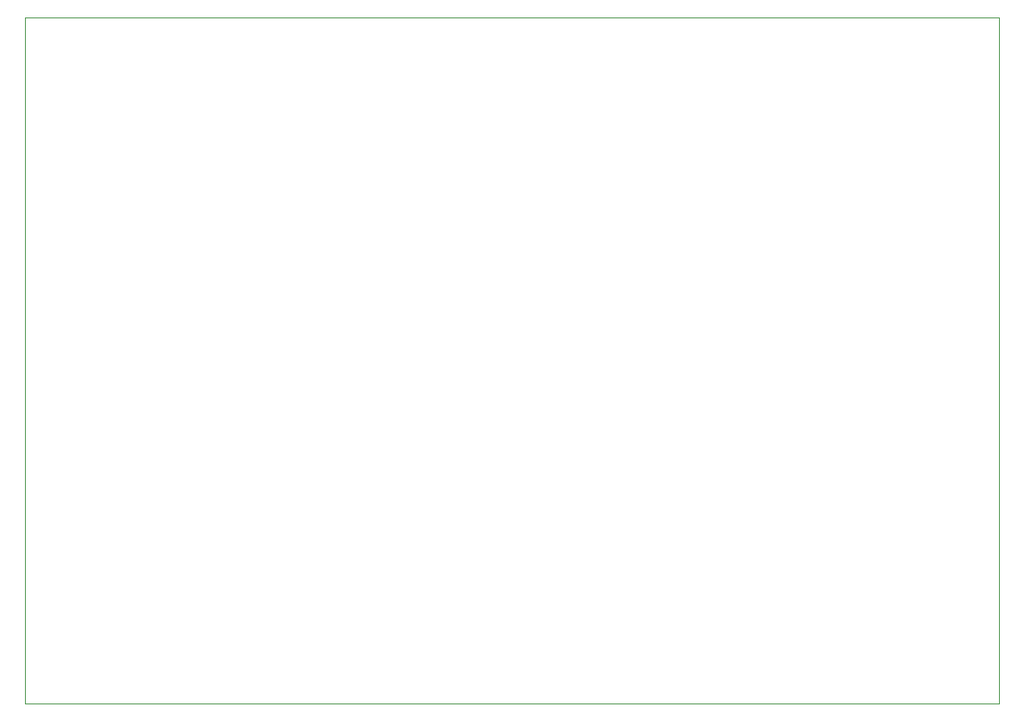
<source format=gm1>
G04 #@! TF.GenerationSoftware,KiCad,Pcbnew,8.0.1*
G04 #@! TF.CreationDate,2024-04-13T19:32:53-07:00*
G04 #@! TF.ProjectId,strellpad,73747265-6c6c-4706-9164-2e6b69636164,rev?*
G04 #@! TF.SameCoordinates,Original*
G04 #@! TF.FileFunction,Profile,NP*
%FSLAX46Y46*%
G04 Gerber Fmt 4.6, Leading zero omitted, Abs format (unit mm)*
G04 Created by KiCad (PCBNEW 8.0.1) date 2024-04-13 19:32:53*
%MOMM*%
%LPD*%
G01*
G04 APERTURE LIST*
G04 #@! TA.AperFunction,Profile*
%ADD10C,0.100000*%
G04 #@! TD*
G04 APERTURE END LIST*
D10*
X85710000Y-87500000D02*
X184710000Y-87500000D01*
X184710000Y-157250000D01*
X85710000Y-157250000D01*
X85710000Y-87500000D01*
M02*

</source>
